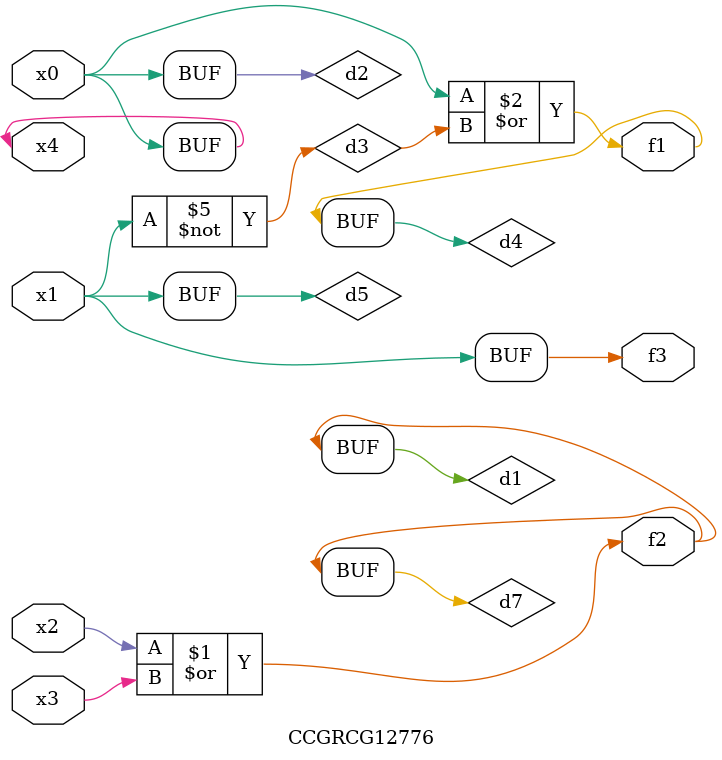
<source format=v>
module CCGRCG12776(
	input x0, x1, x2, x3, x4,
	output f1, f2, f3
);

	wire d1, d2, d3, d4, d5, d6, d7;

	or (d1, x2, x3);
	buf (d2, x0, x4);
	not (d3, x1);
	or (d4, d2, d3);
	not (d5, d3);
	nand (d6, d1, d3);
	or (d7, d1);
	assign f1 = d4;
	assign f2 = d7;
	assign f3 = d5;
endmodule

</source>
